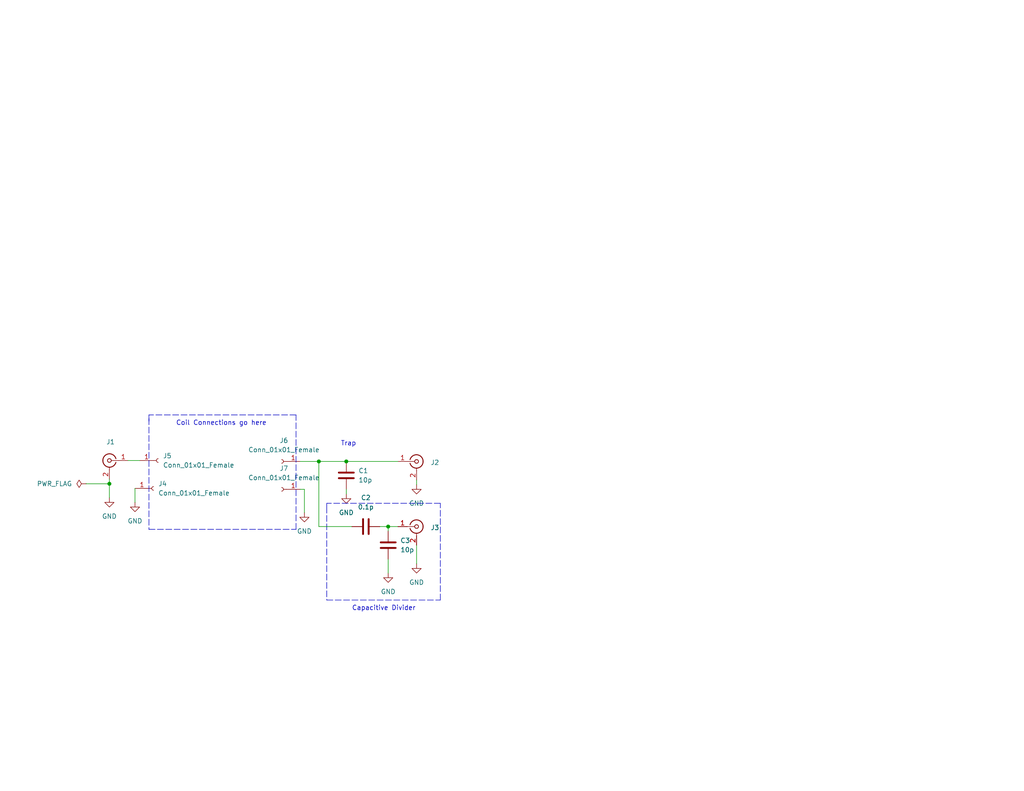
<source format=kicad_sch>
(kicad_sch (version 20211123) (generator eeschema)

  (uuid e63e39d7-6ac0-4ffd-8aa3-1841a4541b55)

  (paper "USLetter")

  (title_block
    (title "Wilkinson Power Divider")
    (date "2022-07-02")
    (rev "Version 1")
    (comment 1 "Designed by Kathy Lundblad")
  )

  (lib_symbols
    (symbol "Connector:Conn_01x01_Female" (pin_names (offset 1.016) hide) (in_bom yes) (on_board yes)
      (property "Reference" "J" (id 0) (at 0 2.54 0)
        (effects (font (size 1.27 1.27)))
      )
      (property "Value" "Conn_01x01_Female" (id 1) (at 0 -2.54 0)
        (effects (font (size 1.27 1.27)))
      )
      (property "Footprint" "" (id 2) (at 0 0 0)
        (effects (font (size 1.27 1.27)) hide)
      )
      (property "Datasheet" "~" (id 3) (at 0 0 0)
        (effects (font (size 1.27 1.27)) hide)
      )
      (property "ki_keywords" "connector" (id 4) (at 0 0 0)
        (effects (font (size 1.27 1.27)) hide)
      )
      (property "ki_description" "Generic connector, single row, 01x01, script generated (kicad-library-utils/schlib/autogen/connector/)" (id 5) (at 0 0 0)
        (effects (font (size 1.27 1.27)) hide)
      )
      (property "ki_fp_filters" "Connector*:*" (id 6) (at 0 0 0)
        (effects (font (size 1.27 1.27)) hide)
      )
      (symbol "Conn_01x01_Female_1_1"
        (polyline
          (pts
            (xy -1.27 0)
            (xy -0.508 0)
          )
          (stroke (width 0.1524) (type default) (color 0 0 0 0))
          (fill (type none))
        )
        (arc (start 0 0.508) (mid -0.508 0) (end 0 -0.508)
          (stroke (width 0.1524) (type default) (color 0 0 0 0))
          (fill (type none))
        )
        (pin passive line (at -5.08 0 0) (length 3.81)
          (name "Pin_1" (effects (font (size 1.27 1.27))))
          (number "1" (effects (font (size 1.27 1.27))))
        )
      )
    )
    (symbol "Connector:Conn_Coaxial" (pin_names (offset 1.016) hide) (in_bom yes) (on_board yes)
      (property "Reference" "J" (id 0) (at 0.254 3.048 0)
        (effects (font (size 1.27 1.27)))
      )
      (property "Value" "Conn_Coaxial" (id 1) (at 2.921 0 90)
        (effects (font (size 1.27 1.27)))
      )
      (property "Footprint" "" (id 2) (at 0 0 0)
        (effects (font (size 1.27 1.27)) hide)
      )
      (property "Datasheet" " ~" (id 3) (at 0 0 0)
        (effects (font (size 1.27 1.27)) hide)
      )
      (property "ki_keywords" "BNC SMA SMB SMC LEMO coaxial connector CINCH RCA" (id 4) (at 0 0 0)
        (effects (font (size 1.27 1.27)) hide)
      )
      (property "ki_description" "coaxial connector (BNC, SMA, SMB, SMC, Cinch/RCA, LEMO, ...)" (id 5) (at 0 0 0)
        (effects (font (size 1.27 1.27)) hide)
      )
      (property "ki_fp_filters" "*BNC* *SMA* *SMB* *SMC* *Cinch* *LEMO*" (id 6) (at 0 0 0)
        (effects (font (size 1.27 1.27)) hide)
      )
      (symbol "Conn_Coaxial_0_1"
        (arc (start -1.778 -0.508) (mid 0.222 -1.808) (end 1.778 0)
          (stroke (width 0.254) (type default) (color 0 0 0 0))
          (fill (type none))
        )
        (polyline
          (pts
            (xy -2.54 0)
            (xy -0.508 0)
          )
          (stroke (width 0) (type default) (color 0 0 0 0))
          (fill (type none))
        )
        (polyline
          (pts
            (xy 0 -2.54)
            (xy 0 -1.778)
          )
          (stroke (width 0) (type default) (color 0 0 0 0))
          (fill (type none))
        )
        (circle (center 0 0) (radius 0.508)
          (stroke (width 0.2032) (type default) (color 0 0 0 0))
          (fill (type none))
        )
        (arc (start 1.778 0) (mid 0.2221 1.8083) (end -1.778 0.508)
          (stroke (width 0.254) (type default) (color 0 0 0 0))
          (fill (type none))
        )
      )
      (symbol "Conn_Coaxial_1_1"
        (pin passive line (at -5.08 0 0) (length 2.54)
          (name "In" (effects (font (size 1.27 1.27))))
          (number "1" (effects (font (size 1.27 1.27))))
        )
        (pin passive line (at 0 -5.08 90) (length 2.54)
          (name "Ext" (effects (font (size 1.27 1.27))))
          (number "2" (effects (font (size 1.27 1.27))))
        )
      )
    )
    (symbol "Device:C" (pin_numbers hide) (pin_names (offset 0.254)) (in_bom yes) (on_board yes)
      (property "Reference" "C" (id 0) (at 0.635 2.54 0)
        (effects (font (size 1.27 1.27)) (justify left))
      )
      (property "Value" "C" (id 1) (at 0.635 -2.54 0)
        (effects (font (size 1.27 1.27)) (justify left))
      )
      (property "Footprint" "" (id 2) (at 0.9652 -3.81 0)
        (effects (font (size 1.27 1.27)) hide)
      )
      (property "Datasheet" "~" (id 3) (at 0 0 0)
        (effects (font (size 1.27 1.27)) hide)
      )
      (property "ki_keywords" "cap capacitor" (id 4) (at 0 0 0)
        (effects (font (size 1.27 1.27)) hide)
      )
      (property "ki_description" "Unpolarized capacitor" (id 5) (at 0 0 0)
        (effects (font (size 1.27 1.27)) hide)
      )
      (property "ki_fp_filters" "C_*" (id 6) (at 0 0 0)
        (effects (font (size 1.27 1.27)) hide)
      )
      (symbol "C_0_1"
        (polyline
          (pts
            (xy -2.032 -0.762)
            (xy 2.032 -0.762)
          )
          (stroke (width 0.508) (type default) (color 0 0 0 0))
          (fill (type none))
        )
        (polyline
          (pts
            (xy -2.032 0.762)
            (xy 2.032 0.762)
          )
          (stroke (width 0.508) (type default) (color 0 0 0 0))
          (fill (type none))
        )
      )
      (symbol "C_1_1"
        (pin passive line (at 0 3.81 270) (length 2.794)
          (name "~" (effects (font (size 1.27 1.27))))
          (number "1" (effects (font (size 1.27 1.27))))
        )
        (pin passive line (at 0 -3.81 90) (length 2.794)
          (name "~" (effects (font (size 1.27 1.27))))
          (number "2" (effects (font (size 1.27 1.27))))
        )
      )
    )
    (symbol "power:GND" (power) (pin_names (offset 0)) (in_bom yes) (on_board yes)
      (property "Reference" "#PWR" (id 0) (at 0 -6.35 0)
        (effects (font (size 1.27 1.27)) hide)
      )
      (property "Value" "GND" (id 1) (at 0 -3.81 0)
        (effects (font (size 1.27 1.27)))
      )
      (property "Footprint" "" (id 2) (at 0 0 0)
        (effects (font (size 1.27 1.27)) hide)
      )
      (property "Datasheet" "" (id 3) (at 0 0 0)
        (effects (font (size 1.27 1.27)) hide)
      )
      (property "ki_keywords" "power-flag" (id 4) (at 0 0 0)
        (effects (font (size 1.27 1.27)) hide)
      )
      (property "ki_description" "Power symbol creates a global label with name \"GND\" , ground" (id 5) (at 0 0 0)
        (effects (font (size 1.27 1.27)) hide)
      )
      (symbol "GND_0_1"
        (polyline
          (pts
            (xy 0 0)
            (xy 0 -1.27)
            (xy 1.27 -1.27)
            (xy 0 -2.54)
            (xy -1.27 -1.27)
            (xy 0 -1.27)
          )
          (stroke (width 0) (type default) (color 0 0 0 0))
          (fill (type none))
        )
      )
      (symbol "GND_1_1"
        (pin power_in line (at 0 0 270) (length 0) hide
          (name "GND" (effects (font (size 1.27 1.27))))
          (number "1" (effects (font (size 1.27 1.27))))
        )
      )
    )
    (symbol "power:PWR_FLAG" (power) (pin_numbers hide) (pin_names (offset 0) hide) (in_bom yes) (on_board yes)
      (property "Reference" "#FLG" (id 0) (at 0 1.905 0)
        (effects (font (size 1.27 1.27)) hide)
      )
      (property "Value" "PWR_FLAG" (id 1) (at 0 3.81 0)
        (effects (font (size 1.27 1.27)))
      )
      (property "Footprint" "" (id 2) (at 0 0 0)
        (effects (font (size 1.27 1.27)) hide)
      )
      (property "Datasheet" "~" (id 3) (at 0 0 0)
        (effects (font (size 1.27 1.27)) hide)
      )
      (property "ki_keywords" "power-flag" (id 4) (at 0 0 0)
        (effects (font (size 1.27 1.27)) hide)
      )
      (property "ki_description" "Special symbol for telling ERC where power comes from" (id 5) (at 0 0 0)
        (effects (font (size 1.27 1.27)) hide)
      )
      (symbol "PWR_FLAG_0_0"
        (pin power_out line (at 0 0 90) (length 0)
          (name "pwr" (effects (font (size 1.27 1.27))))
          (number "1" (effects (font (size 1.27 1.27))))
        )
      )
      (symbol "PWR_FLAG_0_1"
        (polyline
          (pts
            (xy 0 0)
            (xy 0 1.27)
            (xy -1.016 1.905)
            (xy 0 2.54)
            (xy 1.016 1.905)
            (xy 0 1.27)
          )
          (stroke (width 0) (type default) (color 0 0 0 0))
          (fill (type none))
        )
      )
    )
  )

  (junction (at 105.918 143.764) (diameter 0) (color 0 0 0 0)
    (uuid 3dcf7c38-9fba-413e-a9a2-1af13f102ab8)
  )
  (junction (at 29.845 132.08) (diameter 0) (color 0 0 0 0)
    (uuid 625a36bc-7694-4132-9c52-42ddc830f751)
  )
  (junction (at 94.488 125.984) (diameter 0) (color 0 0 0 0)
    (uuid 710d2203-187e-4afb-acde-595aa3ce5404)
  )
  (junction (at 86.995 125.984) (diameter 0) (color 0 0 0 0)
    (uuid efcef749-6803-4cfb-92f3-3089e597e552)
  )

  (wire (pts (xy 83.058 133.604) (xy 83.058 139.954))
    (stroke (width 0) (type default) (color 0 0 0 0))
    (uuid 0108fbbd-bb2f-4247-9e7c-8ed949a2604f)
  )
  (wire (pts (xy 113.665 148.844) (xy 113.665 153.924))
    (stroke (width 0) (type default) (color 0 0 0 0))
    (uuid 066949f3-f3d0-4d4b-8c69-970ba5f18510)
  )
  (wire (pts (xy 105.918 143.764) (xy 105.918 145.034))
    (stroke (width 0) (type default) (color 0 0 0 0))
    (uuid 072ffb12-ec02-4dfa-a0f2-02055c6530a1)
  )
  (wire (pts (xy 34.925 125.73) (xy 38.1 125.73))
    (stroke (width 0) (type default) (color 0 0 0 0))
    (uuid 09c54b3c-a5fc-463d-b069-95de4535bc31)
  )
  (wire (pts (xy 29.845 132.08) (xy 29.845 135.89))
    (stroke (width 0) (type default) (color 0 0 0 0))
    (uuid 10295db5-02b4-4cfb-be1d-adf190e2b662)
  )
  (wire (pts (xy 113.665 131.064) (xy 113.665 132.334))
    (stroke (width 0) (type default) (color 0 0 0 0))
    (uuid 171f3fea-a3a0-425b-ab09-ff10f92abf67)
  )
  (wire (pts (xy 36.83 133.35) (xy 36.83 137.16))
    (stroke (width 0) (type default) (color 0 0 0 0))
    (uuid 1b24295a-a204-4897-9e07-ecb686541dd8)
  )
  (wire (pts (xy 94.488 125.984) (xy 108.585 125.984))
    (stroke (width 0) (type default) (color 0 0 0 0))
    (uuid 3037a104-a607-44b8-b36c-b4139d43b96b)
  )
  (wire (pts (xy 81.915 133.604) (xy 83.058 133.604))
    (stroke (width 0) (type default) (color 0 0 0 0))
    (uuid 320d1a2f-667c-46f3-a818-fb6cc3d7c67b)
  )
  (polyline (pts (xy 89.154 163.83) (xy 120.142 163.83))
    (stroke (width 0) (type default) (color 0 0 0 0))
    (uuid 3949d3c2-e58f-4875-9a7f-4e0ba62e044c)
  )
  (polyline (pts (xy 120.142 163.83) (xy 120.142 137.414))
    (stroke (width 0) (type default) (color 0 0 0 0))
    (uuid 3b255672-44d5-4868-bc10-71efa2dfe2e7)
  )

  (wire (pts (xy 86.995 143.764) (xy 96.012 143.764))
    (stroke (width 0) (type default) (color 0 0 0 0))
    (uuid 5a4166ee-6949-415c-a26d-91827e46bbac)
  )
  (polyline (pts (xy 120.142 137.414) (xy 89.154 137.414))
    (stroke (width 0) (type default) (color 0 0 0 0))
    (uuid 5a94667d-97ad-4e13-a9ea-7544e8903eb9)
  )
  (polyline (pts (xy 89.154 137.414) (xy 89.154 138.43))
    (stroke (width 0) (type default) (color 0 0 0 0))
    (uuid 6a9c298e-f3f9-4649-be2e-b74be12aaf44)
  )

  (wire (pts (xy 105.918 143.764) (xy 108.585 143.764))
    (stroke (width 0) (type default) (color 0 0 0 0))
    (uuid 71f60241-ce55-424d-8a22-198851248c23)
  )
  (wire (pts (xy 29.845 130.81) (xy 29.845 132.08))
    (stroke (width 0) (type default) (color 0 0 0 0))
    (uuid 7d1a0c63-81b5-447e-940d-a2a52629b5db)
  )
  (polyline (pts (xy 40.64 113.284) (xy 40.64 115.316))
    (stroke (width 0) (type default) (color 0 0 0 0))
    (uuid 806448cf-23d4-43f9-92bb-35715194541f)
  )
  (polyline (pts (xy 80.772 144.526) (xy 80.772 113.284))
    (stroke (width 0) (type default) (color 0 0 0 0))
    (uuid 8990a427-075f-4f2a-bc50-5ebe15b7f2b2)
  )

  (wire (pts (xy 105.918 152.654) (xy 105.918 156.464))
    (stroke (width 0) (type default) (color 0 0 0 0))
    (uuid 8b633b1f-aecc-4019-952a-16045bf42da6)
  )
  (polyline (pts (xy 89.154 138.43) (xy 89.154 163.83))
    (stroke (width 0) (type default) (color 0 0 0 0))
    (uuid a03747c9-3f0e-4bdb-b85b-9cdf89992056)
  )

  (wire (pts (xy 23.495 132.08) (xy 29.845 132.08))
    (stroke (width 0) (type default) (color 0 0 0 0))
    (uuid a933cc01-cf89-45c1-b9b0-921feddb6fbc)
  )
  (wire (pts (xy 86.995 125.984) (xy 86.995 143.764))
    (stroke (width 0) (type default) (color 0 0 0 0))
    (uuid ac8c8244-b4ca-45d6-96c4-38d707f1b6fc)
  )
  (wire (pts (xy 81.915 125.984) (xy 86.995 125.984))
    (stroke (width 0) (type default) (color 0 0 0 0))
    (uuid af4718e1-3189-4347-b694-e18f09b2728e)
  )
  (polyline (pts (xy 40.64 144.526) (xy 80.772 144.526))
    (stroke (width 0) (type default) (color 0 0 0 0))
    (uuid b8a3df7a-8437-4550-9568-db70e4961f6d)
  )

  (wire (pts (xy 94.488 133.604) (xy 94.488 134.874))
    (stroke (width 0) (type default) (color 0 0 0 0))
    (uuid be795993-a02f-4487-91dc-e7c1c6872503)
  )
  (wire (pts (xy 86.995 125.984) (xy 94.488 125.984))
    (stroke (width 0) (type default) (color 0 0 0 0))
    (uuid c82e8570-bed9-4be1-a316-8b90e10c0a78)
  )
  (wire (pts (xy 103.632 143.764) (xy 105.918 143.764))
    (stroke (width 0) (type default) (color 0 0 0 0))
    (uuid cc27afa1-1bac-47c4-a756-91e46afa5289)
  )
  (polyline (pts (xy 80.772 113.284) (xy 40.64 113.284))
    (stroke (width 0) (type default) (color 0 0 0 0))
    (uuid e0a8b18a-4ca6-43f2-bafe-3d1d9e3e3048)
  )
  (polyline (pts (xy 40.64 114.3) (xy 40.64 144.526))
    (stroke (width 0) (type default) (color 0 0 0 0))
    (uuid eb82517e-48ab-48dd-8a27-f1002312bf6e)
  )

  (text "Capacitive Divider\n" (at 96.012 166.878 0)
    (effects (font (size 1.27 1.27)) (justify left bottom))
    (uuid abc138fb-e974-45d3-8ddd-88d70a594f0b)
  )
  (text "Trap\n" (at 92.964 121.92 0)
    (effects (font (size 1.27 1.27)) (justify left bottom))
    (uuid bff104c9-7338-4f28-8fd0-773744256b93)
  )
  (text "Coil Connections go here\n" (at 48.006 116.332 0)
    (effects (font (size 1.27 1.27)) (justify left bottom))
    (uuid fd7bf5c7-9d9e-4656-af39-b7271a11edc1)
  )

  (symbol (lib_id "power:GND") (at 105.918 156.464 0) (unit 1)
    (in_bom yes) (on_board yes) (fields_autoplaced)
    (uuid 1520934e-7a48-434f-8519-e93575817d3e)
    (property "Reference" "#PWR03" (id 0) (at 105.918 162.814 0)
      (effects (font (size 1.27 1.27)) hide)
    )
    (property "Value" "GND" (id 1) (at 105.918 161.544 0))
    (property "Footprint" "" (id 2) (at 105.918 156.464 0)
      (effects (font (size 1.27 1.27)) hide)
    )
    (property "Datasheet" "" (id 3) (at 105.918 156.464 0)
      (effects (font (size 1.27 1.27)) hide)
    )
    (pin "1" (uuid 0a56b8d0-75f5-4686-b92d-b7511be89950))
  )

  (symbol (lib_id "Device:C") (at 99.822 143.764 90) (unit 1)
    (in_bom yes) (on_board yes) (fields_autoplaced)
    (uuid 18e2f2cc-64f2-4c1a-8025-17924e6e288e)
    (property "Reference" "C2" (id 0) (at 99.822 135.89 90))
    (property "Value" "0.1p" (id 1) (at 99.822 138.43 90))
    (property "Footprint" "Resistor_SMD:R_0603_1608Metric" (id 2) (at 103.632 142.7988 0)
      (effects (font (size 1.27 1.27)) hide)
    )
    (property "Datasheet" "~" (id 3) (at 99.822 143.764 0)
      (effects (font (size 1.27 1.27)) hide)
    )
    (pin "1" (uuid 22cc2ea3-3a11-4e8c-b411-e12ce0487c57))
    (pin "2" (uuid e405ffcb-2c87-43c3-8516-81681f2586e6))
  )

  (symbol (lib_id "power:GND") (at 83.058 139.954 0) (unit 1)
    (in_bom yes) (on_board yes) (fields_autoplaced)
    (uuid 20e4b388-06aa-4818-bf3f-59c94c93e81f)
    (property "Reference" "#PWR04" (id 0) (at 83.058 146.304 0)
      (effects (font (size 1.27 1.27)) hide)
    )
    (property "Value" "GND" (id 1) (at 83.058 145.034 0))
    (property "Footprint" "" (id 2) (at 83.058 139.954 0)
      (effects (font (size 1.27 1.27)) hide)
    )
    (property "Datasheet" "" (id 3) (at 83.058 139.954 0)
      (effects (font (size 1.27 1.27)) hide)
    )
    (pin "1" (uuid a7d379f7-5ca8-4f08-8489-a94bb142d785))
  )

  (symbol (lib_id "power:GND") (at 113.665 132.334 0) (unit 1)
    (in_bom yes) (on_board yes) (fields_autoplaced)
    (uuid 2a63cdca-685f-44f5-8f7f-105cac8590ff)
    (property "Reference" "#PWR0102" (id 0) (at 113.665 138.684 0)
      (effects (font (size 1.27 1.27)) hide)
    )
    (property "Value" "GND" (id 1) (at 113.665 137.414 0))
    (property "Footprint" "" (id 2) (at 113.665 132.334 0)
      (effects (font (size 1.27 1.27)) hide)
    )
    (property "Datasheet" "" (id 3) (at 113.665 132.334 0)
      (effects (font (size 1.27 1.27)) hide)
    )
    (pin "1" (uuid b51bef67-1476-4279-af49-4299dc94fb77))
  )

  (symbol (lib_id "Connector:Conn_Coaxial") (at 113.665 143.764 0) (unit 1)
    (in_bom yes) (on_board yes) (fields_autoplaced)
    (uuid 30e8237d-252c-4464-afc5-907a1bec6c73)
    (property "Reference" "J3" (id 0) (at 117.475 144.0571 0)
      (effects (font (size 1.27 1.27)) (justify left))
    )
    (property "Value" "Conn_Coaxial" (id 1) (at 114.6174 139.954 90)
      (effects (font (size 1.27 1.27)) (justify left) hide)
    )
    (property "Footprint" "resistor_feedthrough:SMA_Samtec_SMA-J-P-X-ST-EM1_EdgeMount" (id 2) (at 113.665 143.764 0)
      (effects (font (size 1.27 1.27)) hide)
    )
    (property "Datasheet" " ~" (id 3) (at 113.665 143.764 0)
      (effects (font (size 1.27 1.27)) hide)
    )
    (pin "1" (uuid c04375d1-586e-4875-bcd1-7762af6c20ad))
    (pin "2" (uuid d5ca8fc8-81f8-4a87-b951-6a5fa74306bd))
  )

  (symbol (lib_id "Connector:Conn_Coaxial") (at 113.665 125.984 0) (unit 1)
    (in_bom yes) (on_board yes) (fields_autoplaced)
    (uuid 418e19cf-ec07-4213-bdc9-0796888f3d79)
    (property "Reference" "J2" (id 0) (at 117.475 126.2771 0)
      (effects (font (size 1.27 1.27)) (justify left))
    )
    (property "Value" "Conn_Coaxial" (id 1) (at 116.205 127.5471 0)
      (effects (font (size 1.27 1.27)) (justify left) hide)
    )
    (property "Footprint" "resistor_feedthrough:SMA_Samtec_SMA-J-P-X-ST-EM1_EdgeMount" (id 2) (at 113.665 125.984 0)
      (effects (font (size 1.27 1.27)) hide)
    )
    (property "Datasheet" " ~" (id 3) (at 113.665 125.984 0)
      (effects (font (size 1.27 1.27)) hide)
    )
    (pin "1" (uuid c3137a48-f0ed-425a-8950-1b3b801573be))
    (pin "2" (uuid 9b73c618-953a-4d86-bb06-25881e91fe42))
  )

  (symbol (lib_id "Connector:Conn_01x01_Female") (at 43.18 125.73 0) (unit 1)
    (in_bom yes) (on_board yes) (fields_autoplaced)
    (uuid 7125cdaa-6702-4aa3-9a8b-3bc0ebf241c0)
    (property "Reference" "J5" (id 0) (at 44.45 124.4599 0)
      (effects (font (size 1.27 1.27)) (justify left))
    )
    (property "Value" "Conn_01x01_Female" (id 1) (at 44.45 126.9999 0)
      (effects (font (size 1.27 1.27)) (justify left))
    )
    (property "Footprint" "" (id 2) (at 43.18 125.73 0)
      (effects (font (size 1.27 1.27)) hide)
    )
    (property "Datasheet" "~" (id 3) (at 43.18 125.73 0)
      (effects (font (size 1.27 1.27)) hide)
    )
    (pin "1" (uuid 839de76c-d0c9-4135-9036-a04f29fc55c4))
  )

  (symbol (lib_id "power:GND") (at 29.845 135.89 0) (unit 1)
    (in_bom yes) (on_board yes) (fields_autoplaced)
    (uuid 80a357b5-7171-483e-a4f2-38c8e8a155d7)
    (property "Reference" "#PWR0101" (id 0) (at 29.845 142.24 0)
      (effects (font (size 1.27 1.27)) hide)
    )
    (property "Value" "GND" (id 1) (at 29.845 140.97 0))
    (property "Footprint" "" (id 2) (at 29.845 135.89 0)
      (effects (font (size 1.27 1.27)) hide)
    )
    (property "Datasheet" "" (id 3) (at 29.845 135.89 0)
      (effects (font (size 1.27 1.27)) hide)
    )
    (pin "1" (uuid d524355a-d9b0-4206-b0af-034d9f4f1db6))
  )

  (symbol (lib_id "Connector:Conn_01x01_Female") (at 41.91 133.35 0) (unit 1)
    (in_bom yes) (on_board yes) (fields_autoplaced)
    (uuid 8b0e4bda-6023-47fc-8249-806a6eac1884)
    (property "Reference" "J4" (id 0) (at 43.18 132.0799 0)
      (effects (font (size 1.27 1.27)) (justify left))
    )
    (property "Value" "Conn_01x01_Female" (id 1) (at 43.18 134.6199 0)
      (effects (font (size 1.27 1.27)) (justify left))
    )
    (property "Footprint" "" (id 2) (at 41.91 133.35 0)
      (effects (font (size 1.27 1.27)) hide)
    )
    (property "Datasheet" "~" (id 3) (at 41.91 133.35 0)
      (effects (font (size 1.27 1.27)) hide)
    )
    (pin "1" (uuid 6d3c10e3-9fed-4a33-8842-60bb6c3dfa58))
  )

  (symbol (lib_id "Connector:Conn_Coaxial") (at 29.845 125.73 0) (mirror y) (unit 1)
    (in_bom yes) (on_board yes) (fields_autoplaced)
    (uuid 8b31a9ad-c09d-47b9-beaa-1384fac3ffb7)
    (property "Reference" "J1" (id 0) (at 30.1624 120.65 0))
    (property "Value" "Conn_Coaxial" (id 1) (at 30.1624 120.65 0)
      (effects (font (size 1.27 1.27)) hide)
    )
    (property "Footprint" "resistor_feedthrough:SMA_Samtec_SMA-J-P-X-ST-EM1_EdgeMount" (id 2) (at 29.845 125.73 0)
      (effects (font (size 1.27 1.27)) hide)
    )
    (property "Datasheet" " ~" (id 3) (at 29.845 125.73 0)
      (effects (font (size 1.27 1.27)) hide)
    )
    (pin "1" (uuid 2097c02a-9419-426d-a010-cdecd44e7e36))
    (pin "2" (uuid e3401cc1-8833-4b9f-9419-4adbb09db133))
  )

  (symbol (lib_id "Device:C") (at 94.488 129.794 180) (unit 1)
    (in_bom yes) (on_board yes) (fields_autoplaced)
    (uuid 96525c2f-816c-4920-934f-527b11ac48f7)
    (property "Reference" "C1" (id 0) (at 97.79 128.5239 0)
      (effects (font (size 1.27 1.27)) (justify right))
    )
    (property "Value" "10p" (id 1) (at 97.79 131.0639 0)
      (effects (font (size 1.27 1.27)) (justify right))
    )
    (property "Footprint" "Resistor_SMD:R_1206_3216Metric" (id 2) (at 93.5228 125.984 0)
      (effects (font (size 1.27 1.27)) hide)
    )
    (property "Datasheet" "~" (id 3) (at 94.488 129.794 0)
      (effects (font (size 1.27 1.27)) hide)
    )
    (pin "1" (uuid df11e79c-be71-4077-a1a4-f9d7b2b1e2fa))
    (pin "2" (uuid 76173481-f890-4108-8efe-4721b11fdd09))
  )

  (symbol (lib_id "Device:C") (at 105.918 148.844 0) (unit 1)
    (in_bom yes) (on_board yes) (fields_autoplaced)
    (uuid a4d5e22e-ac74-4a65-a6ef-1e1e96d6d231)
    (property "Reference" "C3" (id 0) (at 109.22 147.5739 0)
      (effects (font (size 1.27 1.27)) (justify left))
    )
    (property "Value" "10p" (id 1) (at 109.22 150.1139 0)
      (effects (font (size 1.27 1.27)) (justify left))
    )
    (property "Footprint" "Resistor_SMD:R_1206_3216Metric" (id 2) (at 106.8832 152.654 0)
      (effects (font (size 1.27 1.27)) hide)
    )
    (property "Datasheet" "~" (id 3) (at 105.918 148.844 0)
      (effects (font (size 1.27 1.27)) hide)
    )
    (pin "1" (uuid 8ab257b9-1183-46e8-83c3-b8997b1e474f))
    (pin "2" (uuid 2e033e87-8037-4366-aab4-c185d0e9c954))
  )

  (symbol (lib_id "power:GND") (at 36.83 137.16 0) (unit 1)
    (in_bom yes) (on_board yes) (fields_autoplaced)
    (uuid b280ba9f-4270-4601-8837-e11e77893dbb)
    (property "Reference" "#PWR02" (id 0) (at 36.83 143.51 0)
      (effects (font (size 1.27 1.27)) hide)
    )
    (property "Value" "GND" (id 1) (at 36.83 142.24 0))
    (property "Footprint" "" (id 2) (at 36.83 137.16 0)
      (effects (font (size 1.27 1.27)) hide)
    )
    (property "Datasheet" "" (id 3) (at 36.83 137.16 0)
      (effects (font (size 1.27 1.27)) hide)
    )
    (pin "1" (uuid 6a02e844-9f26-4224-a787-cb73f2ca1b0c))
  )

  (symbol (lib_id "power:PWR_FLAG") (at 23.495 132.08 90) (unit 1)
    (in_bom yes) (on_board yes) (fields_autoplaced)
    (uuid d245ef5d-65ad-48f7-b5ed-c647ef296660)
    (property "Reference" "#FLG01" (id 0) (at 21.59 132.08 0)
      (effects (font (size 1.27 1.27)) hide)
    )
    (property "Value" "PWR_FLAG" (id 1) (at 19.685 132.0799 90)
      (effects (font (size 1.27 1.27)) (justify left))
    )
    (property "Footprint" "" (id 2) (at 23.495 132.08 0)
      (effects (font (size 1.27 1.27)) hide)
    )
    (property "Datasheet" "~" (id 3) (at 23.495 132.08 0)
      (effects (font (size 1.27 1.27)) hide)
    )
    (pin "1" (uuid 7bd9b41f-2cdb-48e2-8d0e-1eeea3b1c244))
  )

  (symbol (lib_id "Connector:Conn_01x01_Female") (at 76.835 133.604 180) (unit 1)
    (in_bom yes) (on_board yes) (fields_autoplaced)
    (uuid da70822d-c578-463b-b225-89327ac8a3d8)
    (property "Reference" "J7" (id 0) (at 77.47 127.889 0))
    (property "Value" "Conn_01x01_Female" (id 1) (at 77.47 130.429 0))
    (property "Footprint" "" (id 2) (at 76.835 133.604 0)
      (effects (font (size 1.27 1.27)) hide)
    )
    (property "Datasheet" "~" (id 3) (at 76.835 133.604 0)
      (effects (font (size 1.27 1.27)) hide)
    )
    (pin "1" (uuid 713d9772-f37e-44c4-8987-4bb24b533d1d))
  )

  (symbol (lib_id "power:GND") (at 94.488 134.874 0) (unit 1)
    (in_bom yes) (on_board yes) (fields_autoplaced)
    (uuid e57f4dc1-229c-47ab-8a7d-8142883c3edc)
    (property "Reference" "#PWR01" (id 0) (at 94.488 141.224 0)
      (effects (font (size 1.27 1.27)) hide)
    )
    (property "Value" "GND" (id 1) (at 94.488 139.954 0))
    (property "Footprint" "" (id 2) (at 94.488 134.874 0)
      (effects (font (size 1.27 1.27)) hide)
    )
    (property "Datasheet" "" (id 3) (at 94.488 134.874 0)
      (effects (font (size 1.27 1.27)) hide)
    )
    (pin "1" (uuid dc47cdc7-0608-4f62-98e8-146fb7af51a3))
  )

  (symbol (lib_id "Connector:Conn_01x01_Female") (at 76.835 125.984 180) (unit 1)
    (in_bom yes) (on_board yes) (fields_autoplaced)
    (uuid e8113dc7-17e5-4a26-a707-050e6d4f1811)
    (property "Reference" "J6" (id 0) (at 77.47 120.269 0))
    (property "Value" "Conn_01x01_Female" (id 1) (at 77.47 122.809 0))
    (property "Footprint" "" (id 2) (at 76.835 125.984 0)
      (effects (font (size 1.27 1.27)) hide)
    )
    (property "Datasheet" "~" (id 3) (at 76.835 125.984 0)
      (effects (font (size 1.27 1.27)) hide)
    )
    (pin "1" (uuid b805079a-1622-4dce-9716-a71b7cc111d8))
  )

  (symbol (lib_id "power:GND") (at 113.665 153.924 0) (unit 1)
    (in_bom yes) (on_board yes) (fields_autoplaced)
    (uuid f9ff2c70-37ed-4c55-bc73-81c22f0b2224)
    (property "Reference" "#PWR0103" (id 0) (at 113.665 160.274 0)
      (effects (font (size 1.27 1.27)) hide)
    )
    (property "Value" "GND" (id 1) (at 113.665 159.004 0))
    (property "Footprint" "" (id 2) (at 113.665 153.924 0)
      (effects (font (size 1.27 1.27)) hide)
    )
    (property "Datasheet" "" (id 3) (at 113.665 153.924 0)
      (effects (font (size 1.27 1.27)) hide)
    )
    (pin "1" (uuid 499f544d-2a54-48c1-b95a-04cb4df7b918))
  )

  (sheet_instances
    (path "/" (page "1"))
  )

  (symbol_instances
    (path "/d245ef5d-65ad-48f7-b5ed-c647ef296660"
      (reference "#FLG01") (unit 1) (value "PWR_FLAG") (footprint "")
    )
    (path "/e57f4dc1-229c-47ab-8a7d-8142883c3edc"
      (reference "#PWR01") (unit 1) (value "GND") (footprint "")
    )
    (path "/b280ba9f-4270-4601-8837-e11e77893dbb"
      (reference "#PWR02") (unit 1) (value "GND") (footprint "")
    )
    (path "/1520934e-7a48-434f-8519-e93575817d3e"
      (reference "#PWR03") (unit 1) (value "GND") (footprint "")
    )
    (path "/20e4b388-06aa-4818-bf3f-59c94c93e81f"
      (reference "#PWR04") (unit 1) (value "GND") (footprint "")
    )
    (path "/80a357b5-7171-483e-a4f2-38c8e8a155d7"
      (reference "#PWR0101") (unit 1) (value "GND") (footprint "")
    )
    (path "/2a63cdca-685f-44f5-8f7f-105cac8590ff"
      (reference "#PWR0102") (unit 1) (value "GND") (footprint "")
    )
    (path "/f9ff2c70-37ed-4c55-bc73-81c22f0b2224"
      (reference "#PWR0103") (unit 1) (value "GND") (footprint "")
    )
    (path "/96525c2f-816c-4920-934f-527b11ac48f7"
      (reference "C1") (unit 1) (value "10p") (footprint "Resistor_SMD:R_1206_3216Metric")
    )
    (path "/18e2f2cc-64f2-4c1a-8025-17924e6e288e"
      (reference "C2") (unit 1) (value "0.1p") (footprint "Resistor_SMD:R_0603_1608Metric")
    )
    (path "/a4d5e22e-ac74-4a65-a6ef-1e1e96d6d231"
      (reference "C3") (unit 1) (value "10p") (footprint "Resistor_SMD:R_1206_3216Metric")
    )
    (path "/8b31a9ad-c09d-47b9-beaa-1384fac3ffb7"
      (reference "J1") (unit 1) (value "Conn_Coaxial") (footprint "resistor_feedthrough:SMA_Samtec_SMA-J-P-X-ST-EM1_EdgeMount")
    )
    (path "/418e19cf-ec07-4213-bdc9-0796888f3d79"
      (reference "J2") (unit 1) (value "Conn_Coaxial") (footprint "resistor_feedthrough:SMA_Samtec_SMA-J-P-X-ST-EM1_EdgeMount")
    )
    (path "/30e8237d-252c-4464-afc5-907a1bec6c73"
      (reference "J3") (unit 1) (value "Conn_Coaxial") (footprint "resistor_feedthrough:SMA_Samtec_SMA-J-P-X-ST-EM1_EdgeMount")
    )
    (path "/8b0e4bda-6023-47fc-8249-806a6eac1884"
      (reference "J4") (unit 1) (value "Conn_01x01_Female") (footprint "Connector_PinHeader_2.54mm:PinHeader_1x01_P2.54mm_Vertical")
    )
    (path "/7125cdaa-6702-4aa3-9a8b-3bc0ebf241c0"
      (reference "J5") (unit 1) (value "Conn_01x01_Female") (footprint "Connector_PinHeader_2.54mm:PinHeader_1x01_P2.54mm_Vertical")
    )
    (path "/e8113dc7-17e5-4a26-a707-050e6d4f1811"
      (reference "J6") (unit 1) (value "Conn_01x01_Female") (footprint "Connector_PinHeader_2.54mm:PinHeader_1x01_P2.54mm_Vertical")
    )
    (path "/da70822d-c578-463b-b225-89327ac8a3d8"
      (reference "J7") (unit 1) (value "Conn_01x01_Female") (footprint "Connector_PinHeader_2.54mm:PinHeader_1x01_P2.54mm_Vertical")
    )
  )
)

</source>
